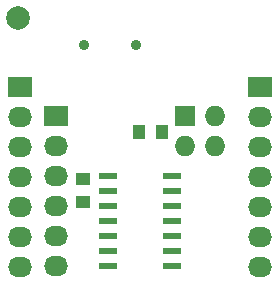
<source format=gbs>
G04 #@! TF.FileFunction,Soldermask,Bot*
%FSLAX46Y46*%
G04 Gerber Fmt 4.6, Leading zero omitted, Abs format (unit mm)*
G04 Created by KiCad (PCBNEW (2015-10-02 BZR 6238, Git 845638f)-product) date 05/10/2015 16:09:44*
%MOMM*%
G01*
G04 APERTURE LIST*
%ADD10C,0.100000*%
%ADD11C,2.000000*%
%ADD12C,0.899160*%
%ADD13R,1.250000X1.000000*%
%ADD14R,1.727200X1.727200*%
%ADD15O,1.727200X1.727200*%
%ADD16R,2.032000X1.727200*%
%ADD17O,2.032000X1.727200*%
%ADD18R,1.500000X0.600000*%
%ADD19R,1.000000X1.250000*%
G04 APERTURE END LIST*
D10*
D11*
X81153000Y-73533000D03*
D12*
X91099640Y-75780900D03*
X86700360Y-75780900D03*
D13*
X86614000Y-89138000D03*
X86614000Y-87138000D03*
D14*
X95250000Y-81788000D03*
D15*
X97790000Y-81788000D03*
X95250000Y-84328000D03*
X97790000Y-84328000D03*
D16*
X101600000Y-79375000D03*
D17*
X101600000Y-81915000D03*
X101600000Y-84455000D03*
X101600000Y-86995000D03*
X101600000Y-89535000D03*
X101600000Y-92075000D03*
X101600000Y-94615000D03*
D16*
X81280000Y-79375000D03*
D17*
X81280000Y-81915000D03*
X81280000Y-84455000D03*
X81280000Y-86995000D03*
X81280000Y-89535000D03*
X81280000Y-92075000D03*
X81280000Y-94615000D03*
D18*
X94140000Y-86868000D03*
X94140000Y-88138000D03*
X94140000Y-89408000D03*
X94140000Y-90678000D03*
X94140000Y-91948000D03*
X94140000Y-93218000D03*
X94140000Y-94488000D03*
X88740000Y-94488000D03*
X88740000Y-93218000D03*
X88740000Y-91948000D03*
X88740000Y-90678000D03*
X88740000Y-89408000D03*
X88740000Y-88138000D03*
X88740000Y-86868000D03*
D16*
X84328000Y-81788000D03*
D17*
X84328000Y-84328000D03*
X84328000Y-86868000D03*
X84328000Y-89408000D03*
X84328000Y-91948000D03*
X84328000Y-94488000D03*
D19*
X93329000Y-83185000D03*
X91329000Y-83185000D03*
M02*

</source>
